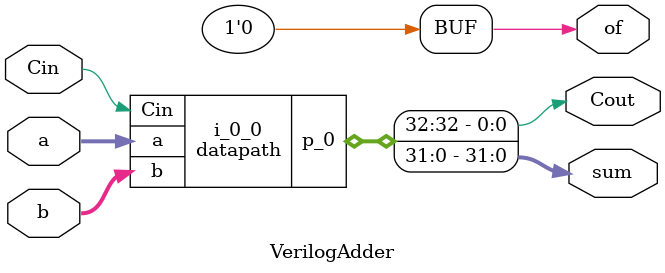
<source format=v>
/*
 * Created by 
   ../bin/Linux-x86_64-O/oasysGui 19.2-p002 on Thu Nov  3 16:51:00 2022
 * (C) Mentor Graphics Corporation
 */
/* CheckSum: 3834191682 */

module datapath(b, Cin, a, p_0);
   input [31:0]b;
   input Cin;
   input [31:0]a;
   output [32:0]p_0;

   FA_X1 i_0 (.A(Cin), .B(a[0]), .CI(b[0]), .CO(n_0), .S(p_0[0]));
   FA_X1 i_1 (.A(b[1]), .B(a[1]), .CI(n_0), .CO(n_1), .S(p_0[1]));
   FA_X1 i_2 (.A(b[2]), .B(a[2]), .CI(n_1), .CO(n_2), .S(p_0[2]));
   FA_X1 i_3 (.A(b[3]), .B(a[3]), .CI(n_2), .CO(n_3), .S(p_0[3]));
   FA_X1 i_4 (.A(b[4]), .B(a[4]), .CI(n_3), .CO(n_4), .S(p_0[4]));
   FA_X1 i_5 (.A(b[5]), .B(a[5]), .CI(n_4), .CO(n_5), .S(p_0[5]));
   FA_X1 i_6 (.A(b[6]), .B(a[6]), .CI(n_5), .CO(n_6), .S(p_0[6]));
   FA_X1 i_7 (.A(b[7]), .B(a[7]), .CI(n_6), .CO(n_7), .S(p_0[7]));
   FA_X1 i_8 (.A(b[8]), .B(a[8]), .CI(n_7), .CO(n_8), .S(p_0[8]));
   FA_X1 i_9 (.A(b[9]), .B(a[9]), .CI(n_8), .CO(n_9), .S(p_0[9]));
   FA_X1 i_10 (.A(b[10]), .B(a[10]), .CI(n_9), .CO(n_10), .S(p_0[10]));
   FA_X1 i_11 (.A(b[11]), .B(a[11]), .CI(n_10), .CO(n_11), .S(p_0[11]));
   FA_X1 i_12 (.A(b[12]), .B(a[12]), .CI(n_11), .CO(n_12), .S(p_0[12]));
   FA_X1 i_13 (.A(b[13]), .B(a[13]), .CI(n_12), .CO(n_13), .S(p_0[13]));
   FA_X1 i_14 (.A(b[14]), .B(a[14]), .CI(n_13), .CO(n_14), .S(p_0[14]));
   FA_X1 i_15 (.A(b[15]), .B(a[15]), .CI(n_14), .CO(n_15), .S(p_0[15]));
   FA_X1 i_16 (.A(b[16]), .B(a[16]), .CI(n_15), .CO(n_16), .S(p_0[16]));
   FA_X1 i_17 (.A(b[17]), .B(a[17]), .CI(n_16), .CO(n_17), .S(p_0[17]));
   FA_X1 i_18 (.A(b[18]), .B(a[18]), .CI(n_17), .CO(n_18), .S(p_0[18]));
   FA_X1 i_19 (.A(b[19]), .B(a[19]), .CI(n_18), .CO(n_19), .S(p_0[19]));
   FA_X1 i_20 (.A(b[20]), .B(a[20]), .CI(n_19), .CO(n_20), .S(p_0[20]));
   FA_X1 i_21 (.A(b[21]), .B(a[21]), .CI(n_20), .CO(n_21), .S(p_0[21]));
   FA_X1 i_22 (.A(b[22]), .B(a[22]), .CI(n_21), .CO(n_22), .S(p_0[22]));
   FA_X1 i_23 (.A(b[23]), .B(a[23]), .CI(n_22), .CO(n_23), .S(p_0[23]));
   FA_X1 i_24 (.A(b[24]), .B(a[24]), .CI(n_23), .CO(n_24), .S(p_0[24]));
   FA_X1 i_25 (.A(b[25]), .B(a[25]), .CI(n_24), .CO(n_25), .S(p_0[25]));
   FA_X1 i_26 (.A(b[26]), .B(a[26]), .CI(n_25), .CO(n_26), .S(p_0[26]));
   FA_X1 i_27 (.A(b[27]), .B(a[27]), .CI(n_26), .CO(n_27), .S(p_0[27]));
   FA_X1 i_28 (.A(b[28]), .B(a[28]), .CI(n_27), .CO(n_28), .S(p_0[28]));
   FA_X1 i_29 (.A(b[29]), .B(a[29]), .CI(n_28), .CO(n_29), .S(p_0[29]));
   FA_X1 i_30 (.A(b[30]), .B(a[30]), .CI(n_29), .CO(n_30), .S(p_0[30]));
   FA_X1 i_31 (.A(b[31]), .B(a[31]), .CI(n_30), .CO(p_0[32]), .S(p_0[31]));
endmodule

module VerilogAdder(a, b, Cin, sum, Cout, of);
   input [31:0]a;
   input [31:0]b;
   input Cin;
   output [31:0]sum;
   output Cout;
   output of;

   assign of = 1'b0;

   datapath i_0_0 (.b(b), .Cin(Cin), .a(a), .p_0({Cout, sum[31], sum[30], 
      sum[29], sum[28], sum[27], sum[26], sum[25], sum[24], sum[23], sum[22], 
      sum[21], sum[20], sum[19], sum[18], sum[17], sum[16], sum[15], sum[14], 
      sum[13], sum[12], sum[11], sum[10], sum[9], sum[8], sum[7], sum[6], sum[5], 
      sum[4], sum[3], sum[2], sum[1], sum[0]}));
endmodule

</source>
